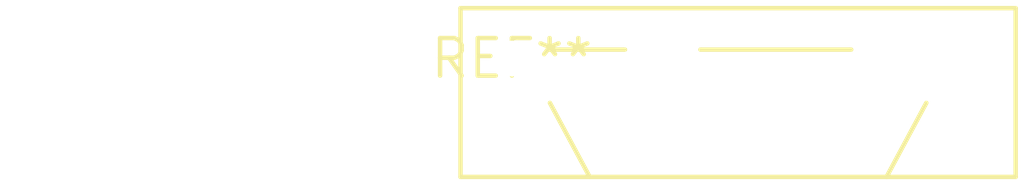
<source format=kicad_pcb>
(kicad_pcb (version 20240108) (generator pcbnew)
  (layers (0 "F.Cu" signal) (31 "B.Cu" signal) (34 "B.Paste" user) (35 "F.Paste" user) (36 "B.SilkS" user "B.Silkscreen") (37 "F.SilkS" user "F.Silkscreen") (38 "B.Mask" user) (39 "F.Mask" user) (44 "Edge.Cuts" user))
  (net 0 "")
  (footprint "SIP4_Sharp-SSR_P7.62mm_Straight" (layer "F.Cu") (at 0 0)
    (property "Reference" "REF**")
    (property "Value" "SIP4_Sharp-SSR_P7.62mm_Straight")
    (fp_line (start -1.73 -1.7) (end 16.97 -1.7) (layer "F.SilkS") (stroke (width 0.15)))
    (fp_line (start -1.73 4) (end -1.73 -1.7) (layer "F.SilkS") (stroke (width 0.15)))
    (fp_line (start 1.27 -0.3) (end 3.81 -0.3) (layer "F.SilkS") (stroke (width 0.15)))
    (fp_line (start 2.62 4) (end 1.28 1.5) (layer "F.SilkS") (stroke (width 0.15)))
    (fp_line (start 6.35 -0.3) (end 11.43 -0.3) (layer "F.SilkS") (stroke (width 0.15)))
    (fp_line (start 12.62 4) (end 13.96 1.5) (layer "F.SilkS") (stroke (width 0.15)))
    (fp_line (start 16.97 -1.7) (end 16.97 4) (layer "F.SilkS") (stroke (width 0.15)))
    (fp_line (start 16.97 4) (end -1.73 4) (layer "F.SilkS") (stroke (width 0.15)))
    (pad "1" thru_hole rect (at 0 0) (size 2 3) (drill 1.2) (layers *.Cu *.Mask) (remove_unused_layers))
    (pad "2" thru_hole oval (at 5.08 0) (size 2 3) (drill 1.2) (layers *.Cu *.Mask) (remove_unused_layers))
    (pad "3" thru_hole oval (at 12.7 0) (size 2 3) (drill 1.2) (layers *.Cu *.Mask) (remove_unused_layers))
    (pad "4" thru_hole oval (at 15.24 0) (size 2 3) (drill 1.2) (layers *.Cu *.Mask) (remove_unused_layers))
  )
)
</source>
